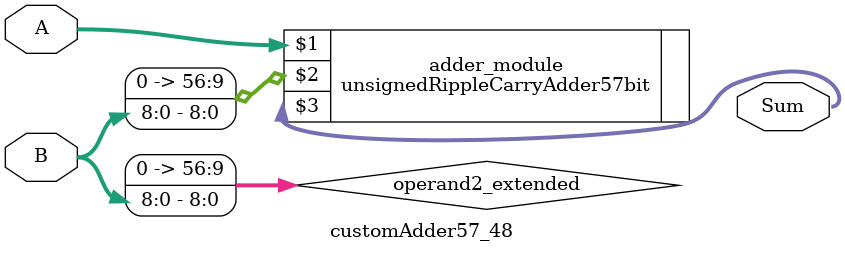
<source format=v>
module customAdder57_48(
                        input [56 : 0] A,
                        input [8 : 0] B,
                        
                        output [57 : 0] Sum
                );

        wire [56 : 0] operand2_extended;
        
        assign operand2_extended =  {48'b0, B};
        
        unsignedRippleCarryAdder57bit adder_module(
            A,
            operand2_extended,
            Sum
        );
        
        endmodule
        
</source>
